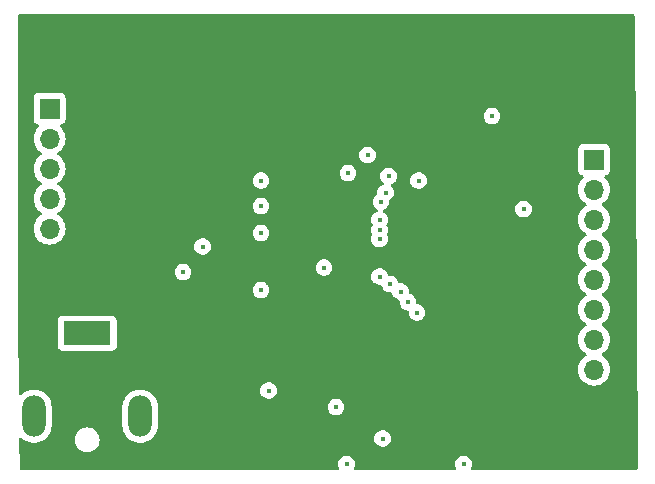
<source format=gbr>
%TF.GenerationSoftware,KiCad,Pcbnew,7.0.11-7.0.11~ubuntu22.04.1*%
%TF.CreationDate,2025-04-19T23:19:54+01:00*%
%TF.ProjectId,Mixed_Signal_Design,4d697865-645f-4536-9967-6e616c5f4465,rev?*%
%TF.SameCoordinates,Original*%
%TF.FileFunction,Copper,L2,Inr*%
%TF.FilePolarity,Positive*%
%FSLAX46Y46*%
G04 Gerber Fmt 4.6, Leading zero omitted, Abs format (unit mm)*
G04 Created by KiCad (PCBNEW 7.0.11-7.0.11~ubuntu22.04.1) date 2025-04-19 23:19:54*
%MOMM*%
%LPD*%
G01*
G04 APERTURE LIST*
%TA.AperFunction,ComponentPad*%
%ADD10R,1.700000X1.700000*%
%TD*%
%TA.AperFunction,ComponentPad*%
%ADD11O,1.700000X1.700000*%
%TD*%
%TA.AperFunction,ComponentPad*%
%ADD12C,3.500000*%
%TD*%
%TA.AperFunction,ComponentPad*%
%ADD13R,4.000000X2.000000*%
%TD*%
%TA.AperFunction,ComponentPad*%
%ADD14O,3.300000X2.000000*%
%TD*%
%TA.AperFunction,ComponentPad*%
%ADD15O,2.000000X3.500000*%
%TD*%
%TA.AperFunction,ViaPad*%
%ADD16C,0.400000*%
%TD*%
G04 APERTURE END LIST*
D10*
%TO.N,ADC1*%
%TO.C,J4*%
X164846000Y-99695000D03*
D11*
%TO.N,ADC2*%
X164846000Y-102235000D03*
%TO.N,PC0*%
X164846000Y-104775000D03*
%TO.N,PC1*%
X164846000Y-107315000D03*
%TO.N,PC2*%
X164846000Y-109855000D03*
%TO.N,PC3*%
X164846000Y-112395000D03*
%TO.N,PC4*%
X164846000Y-114935000D03*
%TO.N,PC5*%
X164846000Y-117475000D03*
%TD*%
D12*
%TO.N,GNDD*%
%TO.C,H1*%
X165735000Y-123317000D03*
%TD*%
D10*
%TO.N,PB4*%
%TO.C,J2*%
X118745000Y-95377000D03*
D11*
%TO.N,+3V3D*%
X118745000Y-97917000D03*
%TO.N,PB5*%
X118745000Y-100457000D03*
%TO.N,PB3*%
X118745000Y-102997000D03*
%TO.N,RST*%
X118745000Y-105537000D03*
%TO.N,GNDD*%
X118745000Y-108077000D03*
%TD*%
D12*
%TO.N,GNDD*%
%TO.C,H3*%
X119126000Y-89789000D03*
%TD*%
D13*
%TO.N,+9VD*%
%TO.C,J1*%
X121920000Y-114412000D03*
D14*
%TO.N,GNDD*%
X121920000Y-120412000D03*
D15*
%TO.N,N/C*%
X117420000Y-121412000D03*
X126420000Y-121412000D03*
%TD*%
D12*
%TO.N,GNDD*%
%TO.C,H4*%
X132588000Y-116459000D03*
%TD*%
%TO.N,GNDD*%
%TO.C,H2*%
X165735000Y-89662000D03*
%TD*%
D16*
%TO.N,GNDD*%
X151003000Y-88646000D03*
X139192000Y-88519000D03*
X144780000Y-88519000D03*
X122301000Y-93726000D03*
X125730000Y-88646000D03*
X123317000Y-88646000D03*
X158369000Y-90805000D03*
X157099000Y-90805000D03*
X155702000Y-90805000D03*
X158369000Y-89281000D03*
X157099000Y-89281000D03*
X155702000Y-89281000D03*
%TO.N,Net-(D2-K)*%
X130048000Y-109220000D03*
X146939000Y-123317000D03*
X141986000Y-108839000D03*
%TO.N,GNDA*%
X149987000Y-101473000D03*
X156210000Y-96012000D03*
%TO.N,+5VD*%
X136652000Y-110744000D03*
X143891000Y-125476000D03*
X136652000Y-101473000D03*
X136652000Y-103632000D03*
X143002000Y-120650000D03*
X131699000Y-107061000D03*
X153797000Y-125476000D03*
X136652000Y-105918000D03*
%TO.N,PB5*%
X144018000Y-100838000D03*
%TO.N,RST*%
X137287000Y-119253000D03*
X149860000Y-112649000D03*
%TO.N,PC0*%
X146685000Y-105664000D03*
%TO.N,PC1*%
X146685000Y-106426000D03*
%TO.N,PC2*%
X146685000Y-109601000D03*
%TO.N,PC3*%
X147574000Y-110236000D03*
%TO.N,PC4*%
X148463000Y-110871000D03*
%TO.N,PC5*%
X149098000Y-111760000D03*
%TO.N,PB3*%
X147447000Y-101092000D03*
%TO.N,PB4*%
X145669000Y-99314000D03*
%TO.N,GNDD*%
X147955000Y-119761000D03*
X140716000Y-108331000D03*
X155448000Y-107696000D03*
X129413000Y-119253000D03*
X133223000Y-94742000D03*
X118745000Y-112014000D03*
X141478000Y-95250000D03*
X147955000Y-117729000D03*
X138430000Y-96393000D03*
X138430000Y-95123000D03*
X131699000Y-94742000D03*
X140589000Y-106172000D03*
X128270000Y-116078000D03*
X141478000Y-96266000D03*
X133731000Y-101600000D03*
X157480000Y-124079000D03*
X121793000Y-103759000D03*
X139827000Y-106172000D03*
X140716000Y-125222000D03*
X133731000Y-103886000D03*
X133731000Y-106299000D03*
X143383000Y-95758000D03*
X139192000Y-123444000D03*
X121793000Y-102489000D03*
X147701000Y-115316000D03*
X160147000Y-123190000D03*
X128397000Y-94742000D03*
X139192000Y-125222000D03*
X160274000Y-125095000D03*
X128397000Y-118745000D03*
X157480000Y-107696000D03*
X130048000Y-94742000D03*
X128397000Y-93091000D03*
X138557000Y-101346000D03*
%TO.N,ADC1*%
X147193000Y-102489000D03*
%TO.N,Net-(U4-AREF)*%
X146812000Y-103251000D03*
X158877000Y-103886000D03*
%TO.N,ADC2*%
X146685000Y-104775000D03*
%TD*%
%TA.AperFunction,Conductor*%
%TO.N,GNDD*%
G36*
X168218852Y-87395685D02*
G01*
X168264607Y-87448489D01*
X168275810Y-87499184D01*
X168440944Y-112599447D01*
X168527861Y-125810943D01*
X168528179Y-125859184D01*
X168508936Y-125926352D01*
X168456434Y-125972453D01*
X168404182Y-125984000D01*
X154532431Y-125984000D01*
X154465392Y-125964315D01*
X154419637Y-125911511D01*
X154409693Y-125842353D01*
X154419782Y-125811179D01*
X154419158Y-125810943D01*
X154482139Y-125644874D01*
X154482140Y-125644872D01*
X154502645Y-125476000D01*
X154482140Y-125307128D01*
X154421818Y-125148070D01*
X154325183Y-125008071D01*
X154197852Y-124895266D01*
X154197849Y-124895263D01*
X154047226Y-124816210D01*
X153882056Y-124775500D01*
X153711944Y-124775500D01*
X153546773Y-124816210D01*
X153396150Y-124895263D01*
X153268816Y-125008072D01*
X153172182Y-125148068D01*
X153111860Y-125307125D01*
X153111859Y-125307130D01*
X153091355Y-125476000D01*
X153111859Y-125644869D01*
X153111860Y-125644874D01*
X153174842Y-125810943D01*
X153173208Y-125811562D01*
X153185090Y-125870889D01*
X153159594Y-125935941D01*
X153102976Y-125976882D01*
X153061569Y-125984000D01*
X144626431Y-125984000D01*
X144559392Y-125964315D01*
X144513637Y-125911511D01*
X144503693Y-125842353D01*
X144513782Y-125811179D01*
X144513158Y-125810943D01*
X144576139Y-125644874D01*
X144576140Y-125644872D01*
X144596645Y-125476000D01*
X144576140Y-125307128D01*
X144515818Y-125148070D01*
X144419183Y-125008071D01*
X144291852Y-124895266D01*
X144291849Y-124895263D01*
X144141226Y-124816210D01*
X143976056Y-124775500D01*
X143805944Y-124775500D01*
X143640773Y-124816210D01*
X143490150Y-124895263D01*
X143362816Y-125008072D01*
X143266182Y-125148068D01*
X143205860Y-125307125D01*
X143205859Y-125307130D01*
X143185355Y-125476000D01*
X143205859Y-125644869D01*
X143205860Y-125644874D01*
X143268842Y-125810943D01*
X143267208Y-125811562D01*
X143279090Y-125870889D01*
X143253594Y-125935941D01*
X143196976Y-125976882D01*
X143155569Y-125984000D01*
X116327782Y-125984000D01*
X116260743Y-125964315D01*
X116214988Y-125911511D01*
X116203788Y-125861224D01*
X116203298Y-125811562D01*
X116178990Y-123348378D01*
X116198012Y-123281150D01*
X116250362Y-123234876D01*
X116319419Y-123224251D01*
X116383258Y-123252647D01*
X116394213Y-123263174D01*
X116400256Y-123269738D01*
X116596491Y-123422474D01*
X116815190Y-123540828D01*
X117050386Y-123621571D01*
X117295665Y-123662500D01*
X117544335Y-123662500D01*
X117789614Y-123621571D01*
X118024810Y-123540828D01*
X118243509Y-123422474D01*
X118256966Y-123412000D01*
X120864417Y-123412000D01*
X120884699Y-123617932D01*
X120884700Y-123617934D01*
X120944768Y-123815954D01*
X121042315Y-123998450D01*
X121042317Y-123998452D01*
X121173589Y-124158410D01*
X121270209Y-124237702D01*
X121333550Y-124289685D01*
X121516046Y-124387232D01*
X121714066Y-124447300D01*
X121714065Y-124447300D01*
X121752647Y-124451100D01*
X121868392Y-124462500D01*
X121868395Y-124462500D01*
X121971605Y-124462500D01*
X121971608Y-124462500D01*
X122125934Y-124447300D01*
X122323954Y-124387232D01*
X122506450Y-124289685D01*
X122666410Y-124158410D01*
X122797685Y-123998450D01*
X122895232Y-123815954D01*
X122955300Y-123617934D01*
X122975583Y-123412000D01*
X122955300Y-123206066D01*
X122895232Y-123008046D01*
X122797685Y-122825550D01*
X122724412Y-122736266D01*
X122666410Y-122665589D01*
X122506452Y-122534317D01*
X122506453Y-122534317D01*
X122506450Y-122534315D01*
X122323954Y-122436768D01*
X122125934Y-122376700D01*
X122125932Y-122376699D01*
X122125934Y-122376699D01*
X122006805Y-122364966D01*
X121971608Y-122361500D01*
X121868392Y-122361500D01*
X121830298Y-122365251D01*
X121714067Y-122376699D01*
X121516043Y-122436769D01*
X121405898Y-122495643D01*
X121333550Y-122534315D01*
X121333548Y-122534316D01*
X121333547Y-122534317D01*
X121173589Y-122665589D01*
X121042317Y-122825547D01*
X120944769Y-123008043D01*
X120884699Y-123206067D01*
X120864417Y-123412000D01*
X118256966Y-123412000D01*
X118439744Y-123269738D01*
X118608164Y-123086785D01*
X118744173Y-122878607D01*
X118844063Y-122650881D01*
X118905108Y-122409821D01*
X118907853Y-122376700D01*
X118920499Y-122224077D01*
X124919500Y-122224077D01*
X124934890Y-122409813D01*
X124934892Y-122409824D01*
X124995936Y-122650881D01*
X125095826Y-122878606D01*
X125231833Y-123086782D01*
X125231836Y-123086785D01*
X125400256Y-123269738D01*
X125596491Y-123422474D01*
X125815190Y-123540828D01*
X126050386Y-123621571D01*
X126295665Y-123662500D01*
X126544335Y-123662500D01*
X126789614Y-123621571D01*
X127024810Y-123540828D01*
X127243509Y-123422474D01*
X127379022Y-123317000D01*
X146233355Y-123317000D01*
X146253859Y-123485869D01*
X146253860Y-123485874D01*
X146314182Y-123644931D01*
X146376475Y-123735177D01*
X146410817Y-123784929D01*
X146516505Y-123878560D01*
X146538150Y-123897736D01*
X146688773Y-123976789D01*
X146688775Y-123976790D01*
X146853944Y-124017500D01*
X147024056Y-124017500D01*
X147189225Y-123976790D01*
X147268692Y-123935081D01*
X147339849Y-123897736D01*
X147339850Y-123897734D01*
X147339852Y-123897734D01*
X147467183Y-123784929D01*
X147563818Y-123644930D01*
X147624140Y-123485872D01*
X147644645Y-123317000D01*
X147624140Y-123148128D01*
X147563818Y-122989070D01*
X147467183Y-122849071D01*
X147339852Y-122736266D01*
X147339849Y-122736263D01*
X147189226Y-122657210D01*
X147024056Y-122616500D01*
X146853944Y-122616500D01*
X146688773Y-122657210D01*
X146538150Y-122736263D01*
X146410816Y-122849072D01*
X146314182Y-122989068D01*
X146253860Y-123148125D01*
X146253859Y-123148130D01*
X146233355Y-123317000D01*
X127379022Y-123317000D01*
X127439744Y-123269738D01*
X127608164Y-123086785D01*
X127744173Y-122878607D01*
X127844063Y-122650881D01*
X127905108Y-122409821D01*
X127907853Y-122376700D01*
X127920499Y-122224077D01*
X127920500Y-122224063D01*
X127920500Y-120650000D01*
X142296355Y-120650000D01*
X142316859Y-120818869D01*
X142316860Y-120818874D01*
X142377182Y-120977931D01*
X142439475Y-121068177D01*
X142473817Y-121117929D01*
X142579505Y-121211560D01*
X142601150Y-121230736D01*
X142751773Y-121309789D01*
X142751775Y-121309790D01*
X142916944Y-121350500D01*
X143087056Y-121350500D01*
X143252225Y-121309790D01*
X143331692Y-121268081D01*
X143402849Y-121230736D01*
X143402850Y-121230734D01*
X143402852Y-121230734D01*
X143530183Y-121117929D01*
X143626818Y-120977930D01*
X143687140Y-120818872D01*
X143707645Y-120650000D01*
X143687140Y-120481128D01*
X143626818Y-120322070D01*
X143530183Y-120182071D01*
X143402852Y-120069266D01*
X143402849Y-120069263D01*
X143252226Y-119990210D01*
X143087056Y-119949500D01*
X142916944Y-119949500D01*
X142751773Y-119990210D01*
X142601150Y-120069263D01*
X142473816Y-120182072D01*
X142377182Y-120322068D01*
X142316860Y-120481125D01*
X142316859Y-120481130D01*
X142296355Y-120650000D01*
X127920500Y-120650000D01*
X127920500Y-120599937D01*
X127920499Y-120599922D01*
X127905109Y-120414186D01*
X127905107Y-120414175D01*
X127844063Y-120173118D01*
X127744173Y-119945393D01*
X127608166Y-119737217D01*
X127586557Y-119713744D01*
X127439744Y-119554262D01*
X127243509Y-119401526D01*
X127243507Y-119401525D01*
X127243506Y-119401524D01*
X127024811Y-119283172D01*
X127024802Y-119283169D01*
X126936923Y-119253000D01*
X136581355Y-119253000D01*
X136601859Y-119421869D01*
X136601860Y-119421874D01*
X136662182Y-119580931D01*
X136676640Y-119601876D01*
X136758817Y-119720929D01*
X136864505Y-119814560D01*
X136886150Y-119833736D01*
X137036773Y-119912789D01*
X137036775Y-119912790D01*
X137201944Y-119953500D01*
X137372056Y-119953500D01*
X137537225Y-119912790D01*
X137616692Y-119871081D01*
X137687849Y-119833736D01*
X137687850Y-119833734D01*
X137687852Y-119833734D01*
X137815183Y-119720929D01*
X137911818Y-119580930D01*
X137972140Y-119421872D01*
X137992645Y-119253000D01*
X137972140Y-119084128D01*
X137911818Y-118925070D01*
X137815183Y-118785071D01*
X137687852Y-118672266D01*
X137687849Y-118672263D01*
X137537226Y-118593210D01*
X137372056Y-118552500D01*
X137201944Y-118552500D01*
X137036773Y-118593210D01*
X136886150Y-118672263D01*
X136758816Y-118785072D01*
X136662182Y-118925068D01*
X136601860Y-119084125D01*
X136601859Y-119084130D01*
X136581355Y-119253000D01*
X126936923Y-119253000D01*
X126789616Y-119202429D01*
X126544335Y-119161500D01*
X126295665Y-119161500D01*
X126050383Y-119202429D01*
X125815197Y-119283169D01*
X125815188Y-119283172D01*
X125596493Y-119401524D01*
X125400257Y-119554261D01*
X125231833Y-119737217D01*
X125095826Y-119945393D01*
X124995936Y-120173118D01*
X124934892Y-120414175D01*
X124934890Y-120414186D01*
X124919500Y-120599922D01*
X124919500Y-122224077D01*
X118920499Y-122224077D01*
X118920500Y-122224063D01*
X118920500Y-120599937D01*
X118920499Y-120599922D01*
X118905109Y-120414186D01*
X118905107Y-120414175D01*
X118844063Y-120173118D01*
X118744173Y-119945393D01*
X118608166Y-119737217D01*
X118586557Y-119713744D01*
X118439744Y-119554262D01*
X118243509Y-119401526D01*
X118243507Y-119401525D01*
X118243506Y-119401524D01*
X118024811Y-119283172D01*
X118024802Y-119283169D01*
X117789616Y-119202429D01*
X117544335Y-119161500D01*
X117295665Y-119161500D01*
X117050383Y-119202429D01*
X116815197Y-119283169D01*
X116815188Y-119283172D01*
X116596493Y-119401524D01*
X116400256Y-119554261D01*
X116356424Y-119601876D01*
X116296537Y-119637866D01*
X116226699Y-119635765D01*
X116169083Y-119596240D01*
X116141982Y-119531841D01*
X116141201Y-119519131D01*
X116121029Y-117475000D01*
X163490341Y-117475000D01*
X163510936Y-117710403D01*
X163510938Y-117710413D01*
X163572094Y-117938655D01*
X163572096Y-117938659D01*
X163572097Y-117938663D01*
X163671965Y-118152830D01*
X163671967Y-118152834D01*
X163780281Y-118307521D01*
X163807505Y-118346401D01*
X163974599Y-118513495D01*
X164030304Y-118552500D01*
X164168165Y-118649032D01*
X164168167Y-118649033D01*
X164168170Y-118649035D01*
X164382337Y-118748903D01*
X164610592Y-118810063D01*
X164798918Y-118826539D01*
X164845999Y-118830659D01*
X164846000Y-118830659D01*
X164846001Y-118830659D01*
X164885234Y-118827226D01*
X165081408Y-118810063D01*
X165309663Y-118748903D01*
X165523830Y-118649035D01*
X165717401Y-118513495D01*
X165884495Y-118346401D01*
X166020035Y-118152830D01*
X166119903Y-117938663D01*
X166181063Y-117710408D01*
X166201659Y-117475000D01*
X166181063Y-117239592D01*
X166119903Y-117011337D01*
X166020035Y-116797171D01*
X165884495Y-116603599D01*
X165884494Y-116603597D01*
X165717402Y-116436506D01*
X165717396Y-116436501D01*
X165531842Y-116306575D01*
X165488217Y-116251998D01*
X165481023Y-116182500D01*
X165512546Y-116120145D01*
X165531842Y-116103425D01*
X165554026Y-116087891D01*
X165717401Y-115973495D01*
X165884495Y-115806401D01*
X166020035Y-115612830D01*
X166119903Y-115398663D01*
X166181063Y-115170408D01*
X166201659Y-114935000D01*
X166181063Y-114699592D01*
X166119903Y-114471337D01*
X166020035Y-114257171D01*
X165884495Y-114063599D01*
X165884494Y-114063597D01*
X165717402Y-113896506D01*
X165717396Y-113896501D01*
X165531842Y-113766575D01*
X165488217Y-113711998D01*
X165481023Y-113642500D01*
X165512546Y-113580145D01*
X165531842Y-113563425D01*
X165554026Y-113547891D01*
X165717401Y-113433495D01*
X165884495Y-113266401D01*
X166020035Y-113072830D01*
X166119903Y-112858663D01*
X166181063Y-112630408D01*
X166201659Y-112395000D01*
X166181063Y-112159592D01*
X166119903Y-111931337D01*
X166020035Y-111717171D01*
X166000645Y-111689478D01*
X165884494Y-111523597D01*
X165717402Y-111356506D01*
X165717396Y-111356501D01*
X165531842Y-111226575D01*
X165488217Y-111171998D01*
X165481023Y-111102500D01*
X165512546Y-111040145D01*
X165531842Y-111023425D01*
X165627870Y-110956185D01*
X165717401Y-110893495D01*
X165884495Y-110726401D01*
X166020035Y-110532830D01*
X166119903Y-110318663D01*
X166181063Y-110090408D01*
X166201659Y-109855000D01*
X166181063Y-109619592D01*
X166119903Y-109391337D01*
X166020035Y-109177171D01*
X166012865Y-109166930D01*
X165884494Y-108983597D01*
X165717402Y-108816506D01*
X165717396Y-108816501D01*
X165531842Y-108686575D01*
X165488217Y-108631998D01*
X165481023Y-108562500D01*
X165512546Y-108500145D01*
X165531842Y-108483425D01*
X165692298Y-108371072D01*
X165717401Y-108353495D01*
X165884495Y-108186401D01*
X166020035Y-107992830D01*
X166119903Y-107778663D01*
X166181063Y-107550408D01*
X166201659Y-107315000D01*
X166181063Y-107079592D01*
X166130832Y-106892125D01*
X166119905Y-106851344D01*
X166119904Y-106851343D01*
X166119903Y-106851337D01*
X166020035Y-106637171D01*
X166006962Y-106618500D01*
X165884494Y-106443597D01*
X165717402Y-106276506D01*
X165717396Y-106276501D01*
X165531842Y-106146575D01*
X165488217Y-106091998D01*
X165481023Y-106022500D01*
X165512546Y-105960145D01*
X165531842Y-105943425D01*
X165554026Y-105927891D01*
X165717401Y-105813495D01*
X165884495Y-105646401D01*
X166020035Y-105452830D01*
X166119903Y-105238663D01*
X166181063Y-105010408D01*
X166201659Y-104775000D01*
X166181063Y-104539592D01*
X166119903Y-104311337D01*
X166020035Y-104097171D01*
X165993379Y-104059101D01*
X165884494Y-103903597D01*
X165717402Y-103736506D01*
X165717396Y-103736501D01*
X165531842Y-103606575D01*
X165488217Y-103551998D01*
X165481023Y-103482500D01*
X165512546Y-103420145D01*
X165531842Y-103403425D01*
X165672027Y-103305266D01*
X165717401Y-103273495D01*
X165884495Y-103106401D01*
X166020035Y-102912830D01*
X166119903Y-102698663D01*
X166181063Y-102470408D01*
X166201659Y-102235000D01*
X166181063Y-101999592D01*
X166119903Y-101771337D01*
X166020035Y-101557171D01*
X166006961Y-101538500D01*
X165884496Y-101363600D01*
X165825021Y-101304125D01*
X165762567Y-101241671D01*
X165729084Y-101180351D01*
X165734068Y-101110659D01*
X165775939Y-101054725D01*
X165806915Y-101037810D01*
X165938331Y-100988796D01*
X166053546Y-100902546D01*
X166139796Y-100787331D01*
X166190091Y-100652483D01*
X166196500Y-100592873D01*
X166196499Y-98797128D01*
X166190091Y-98737517D01*
X166188505Y-98733266D01*
X166139797Y-98602671D01*
X166139793Y-98602664D01*
X166053547Y-98487455D01*
X166053544Y-98487452D01*
X165938335Y-98401206D01*
X165938328Y-98401202D01*
X165803482Y-98350908D01*
X165803483Y-98350908D01*
X165743883Y-98344501D01*
X165743881Y-98344500D01*
X165743873Y-98344500D01*
X165743864Y-98344500D01*
X163948129Y-98344500D01*
X163948123Y-98344501D01*
X163888516Y-98350908D01*
X163753671Y-98401202D01*
X163753664Y-98401206D01*
X163638455Y-98487452D01*
X163638452Y-98487455D01*
X163552206Y-98602664D01*
X163552202Y-98602671D01*
X163501908Y-98737517D01*
X163496439Y-98788395D01*
X163495501Y-98797123D01*
X163495500Y-98797135D01*
X163495500Y-100592870D01*
X163495501Y-100592876D01*
X163501908Y-100652483D01*
X163552202Y-100787328D01*
X163552206Y-100787335D01*
X163638452Y-100902544D01*
X163638455Y-100902547D01*
X163753664Y-100988793D01*
X163753671Y-100988797D01*
X163885081Y-101037810D01*
X163941015Y-101079681D01*
X163965432Y-101145145D01*
X163950580Y-101213418D01*
X163929430Y-101241673D01*
X163807503Y-101363600D01*
X163671965Y-101557169D01*
X163671964Y-101557171D01*
X163572098Y-101771335D01*
X163572094Y-101771344D01*
X163510938Y-101999586D01*
X163510936Y-101999596D01*
X163490341Y-102234999D01*
X163490341Y-102235000D01*
X163510936Y-102470403D01*
X163510938Y-102470413D01*
X163572094Y-102698655D01*
X163572096Y-102698659D01*
X163572097Y-102698663D01*
X163671965Y-102912830D01*
X163671967Y-102912834D01*
X163807501Y-103106395D01*
X163807506Y-103106402D01*
X163974597Y-103273493D01*
X163974603Y-103273498D01*
X164160158Y-103403425D01*
X164203783Y-103458002D01*
X164210977Y-103527500D01*
X164179454Y-103589855D01*
X164160158Y-103606575D01*
X163974597Y-103736505D01*
X163807505Y-103903597D01*
X163671965Y-104097169D01*
X163671964Y-104097171D01*
X163572098Y-104311335D01*
X163572094Y-104311344D01*
X163510938Y-104539586D01*
X163510936Y-104539596D01*
X163490341Y-104774999D01*
X163490341Y-104775000D01*
X163510936Y-105010403D01*
X163510938Y-105010413D01*
X163572094Y-105238655D01*
X163572096Y-105238659D01*
X163572097Y-105238663D01*
X163670678Y-105450071D01*
X163671965Y-105452830D01*
X163671967Y-105452834D01*
X163807501Y-105646395D01*
X163807506Y-105646402D01*
X163974597Y-105813493D01*
X163974603Y-105813498D01*
X164160158Y-105943425D01*
X164203783Y-105998002D01*
X164210977Y-106067500D01*
X164179454Y-106129855D01*
X164160158Y-106146575D01*
X163974597Y-106276505D01*
X163807505Y-106443597D01*
X163671965Y-106637169D01*
X163671964Y-106637171D01*
X163572098Y-106851335D01*
X163572094Y-106851344D01*
X163510938Y-107079586D01*
X163510936Y-107079596D01*
X163490341Y-107314999D01*
X163490341Y-107315000D01*
X163510936Y-107550403D01*
X163510938Y-107550413D01*
X163572094Y-107778655D01*
X163572096Y-107778659D01*
X163572097Y-107778663D01*
X163671965Y-107992830D01*
X163671967Y-107992834D01*
X163807501Y-108186395D01*
X163807506Y-108186402D01*
X163974597Y-108353493D01*
X163974603Y-108353498D01*
X164160158Y-108483425D01*
X164203783Y-108538002D01*
X164210977Y-108607500D01*
X164179454Y-108669855D01*
X164160158Y-108686575D01*
X163974597Y-108816505D01*
X163807505Y-108983597D01*
X163671965Y-109177169D01*
X163671964Y-109177171D01*
X163651993Y-109220000D01*
X163573247Y-109388872D01*
X163572098Y-109391335D01*
X163572094Y-109391344D01*
X163510938Y-109619586D01*
X163510936Y-109619596D01*
X163490341Y-109854999D01*
X163490341Y-109855000D01*
X163510936Y-110090403D01*
X163510938Y-110090413D01*
X163572094Y-110318655D01*
X163572096Y-110318659D01*
X163572097Y-110318663D01*
X163617518Y-110416068D01*
X163671965Y-110532830D01*
X163671967Y-110532834D01*
X163807501Y-110726395D01*
X163807506Y-110726402D01*
X163974597Y-110893493D01*
X163974603Y-110893498D01*
X164160158Y-111023425D01*
X164203783Y-111078002D01*
X164210977Y-111147500D01*
X164179454Y-111209855D01*
X164160158Y-111226575D01*
X163974597Y-111356505D01*
X163807505Y-111523597D01*
X163671965Y-111717169D01*
X163671964Y-111717171D01*
X163651993Y-111760000D01*
X163573247Y-111928872D01*
X163572098Y-111931335D01*
X163572094Y-111931344D01*
X163510938Y-112159586D01*
X163510936Y-112159596D01*
X163490341Y-112394999D01*
X163490341Y-112395000D01*
X163510936Y-112630403D01*
X163510938Y-112630413D01*
X163572094Y-112858655D01*
X163572096Y-112858659D01*
X163572097Y-112858663D01*
X163663395Y-113054452D01*
X163671965Y-113072830D01*
X163671967Y-113072834D01*
X163807501Y-113266395D01*
X163807506Y-113266402D01*
X163974597Y-113433493D01*
X163974603Y-113433498D01*
X164160158Y-113563425D01*
X164203783Y-113618002D01*
X164210977Y-113687500D01*
X164179454Y-113749855D01*
X164160158Y-113766575D01*
X163974597Y-113896505D01*
X163807505Y-114063597D01*
X163671965Y-114257169D01*
X163671964Y-114257171D01*
X163572098Y-114471335D01*
X163572094Y-114471344D01*
X163510938Y-114699586D01*
X163510936Y-114699596D01*
X163490341Y-114934999D01*
X163490341Y-114935000D01*
X163510936Y-115170403D01*
X163510938Y-115170413D01*
X163572094Y-115398655D01*
X163572096Y-115398659D01*
X163572097Y-115398663D01*
X163671965Y-115612830D01*
X163671967Y-115612834D01*
X163807501Y-115806395D01*
X163807506Y-115806402D01*
X163974597Y-115973493D01*
X163974603Y-115973498D01*
X164160158Y-116103425D01*
X164203783Y-116158002D01*
X164210977Y-116227500D01*
X164179454Y-116289855D01*
X164160158Y-116306575D01*
X163974597Y-116436505D01*
X163807505Y-116603597D01*
X163671965Y-116797169D01*
X163671964Y-116797171D01*
X163572098Y-117011335D01*
X163572094Y-117011344D01*
X163510938Y-117239586D01*
X163510936Y-117239596D01*
X163490341Y-117474999D01*
X163490341Y-117475000D01*
X116121029Y-117475000D01*
X116101143Y-115459870D01*
X119419500Y-115459870D01*
X119419501Y-115459876D01*
X119425908Y-115519483D01*
X119476202Y-115654328D01*
X119476206Y-115654335D01*
X119562452Y-115769544D01*
X119562455Y-115769547D01*
X119677664Y-115855793D01*
X119677671Y-115855797D01*
X119812517Y-115906091D01*
X119812516Y-115906091D01*
X119819444Y-115906835D01*
X119872127Y-115912500D01*
X123967872Y-115912499D01*
X124027483Y-115906091D01*
X124162331Y-115855796D01*
X124277546Y-115769546D01*
X124363796Y-115654331D01*
X124414091Y-115519483D01*
X124420500Y-115459873D01*
X124420499Y-113364128D01*
X124414091Y-113304517D01*
X124399872Y-113266395D01*
X124363797Y-113169671D01*
X124363793Y-113169664D01*
X124277547Y-113054455D01*
X124277544Y-113054452D01*
X124162335Y-112968206D01*
X124162328Y-112968202D01*
X124027482Y-112917908D01*
X124027483Y-112917908D01*
X123967883Y-112911501D01*
X123967881Y-112911500D01*
X123967873Y-112911500D01*
X123967864Y-112911500D01*
X119872129Y-112911500D01*
X119872123Y-112911501D01*
X119812516Y-112917908D01*
X119677671Y-112968202D01*
X119677664Y-112968206D01*
X119562455Y-113054452D01*
X119562452Y-113054455D01*
X119476206Y-113169664D01*
X119476202Y-113169671D01*
X119425908Y-113304517D01*
X119419501Y-113364116D01*
X119419501Y-113364123D01*
X119419500Y-113364135D01*
X119419500Y-115459870D01*
X116101143Y-115459870D01*
X116070506Y-112355274D01*
X116070500Y-112354050D01*
X116070500Y-110744000D01*
X135946355Y-110744000D01*
X135966859Y-110912869D01*
X135966860Y-110912874D01*
X136027182Y-111071931D01*
X136089475Y-111162177D01*
X136123817Y-111211929D01*
X136214279Y-111292071D01*
X136251150Y-111324736D01*
X136401773Y-111403789D01*
X136401775Y-111403790D01*
X136566944Y-111444500D01*
X136737056Y-111444500D01*
X136902225Y-111403790D01*
X137025810Y-111338927D01*
X137052849Y-111324736D01*
X137052850Y-111324734D01*
X137052852Y-111324734D01*
X137180183Y-111211929D01*
X137276818Y-111071930D01*
X137337140Y-110912872D01*
X137357645Y-110744000D01*
X137337140Y-110575128D01*
X137276818Y-110416070D01*
X137267845Y-110403071D01*
X137209582Y-110318663D01*
X137180183Y-110276071D01*
X137085316Y-110192026D01*
X137052849Y-110163263D01*
X136902226Y-110084210D01*
X136737056Y-110043500D01*
X136566944Y-110043500D01*
X136401773Y-110084210D01*
X136251150Y-110163263D01*
X136123816Y-110276072D01*
X136027182Y-110416068D01*
X135966860Y-110575125D01*
X135966859Y-110575130D01*
X135946355Y-110744000D01*
X116070500Y-110744000D01*
X116070500Y-109220000D01*
X129342355Y-109220000D01*
X129362859Y-109388869D01*
X129362860Y-109388874D01*
X129423182Y-109547931D01*
X129432153Y-109560927D01*
X129519817Y-109687929D01*
X129612312Y-109769872D01*
X129647150Y-109800736D01*
X129797773Y-109879789D01*
X129797775Y-109879790D01*
X129962944Y-109920500D01*
X130133056Y-109920500D01*
X130298225Y-109879790D01*
X130377692Y-109838081D01*
X130448849Y-109800736D01*
X130448850Y-109800734D01*
X130448852Y-109800734D01*
X130576183Y-109687929D01*
X130636186Y-109601000D01*
X145979355Y-109601000D01*
X145999859Y-109769869D01*
X145999860Y-109769874D01*
X146060182Y-109928931D01*
X146122475Y-110019177D01*
X146156817Y-110068929D01*
X146249248Y-110150815D01*
X146284150Y-110181736D01*
X146434773Y-110260789D01*
X146434775Y-110260790D01*
X146599944Y-110301500D01*
X146766454Y-110301500D01*
X146833493Y-110321185D01*
X146879248Y-110373989D01*
X146885970Y-110397858D01*
X146887065Y-110397589D01*
X146888860Y-110404875D01*
X146949182Y-110563930D01*
X146949182Y-110563931D01*
X147011475Y-110654177D01*
X147045817Y-110703929D01*
X147151505Y-110797560D01*
X147173150Y-110816736D01*
X147319398Y-110893493D01*
X147323775Y-110895790D01*
X147488944Y-110936500D01*
X147655454Y-110936500D01*
X147722493Y-110956185D01*
X147768248Y-111008989D01*
X147774970Y-111032858D01*
X147776065Y-111032589D01*
X147777860Y-111039875D01*
X147838182Y-111198930D01*
X147838182Y-111198931D01*
X147857264Y-111226575D01*
X147934817Y-111338929D01*
X148039950Y-111432068D01*
X148062150Y-111451736D01*
X148212774Y-111530790D01*
X148212773Y-111530790D01*
X148307495Y-111554136D01*
X148367876Y-111589292D01*
X148399665Y-111651511D01*
X148400917Y-111689478D01*
X148392355Y-111759998D01*
X148392355Y-111759999D01*
X148412859Y-111928869D01*
X148412860Y-111928874D01*
X148473182Y-112087931D01*
X148522643Y-112159586D01*
X148569817Y-112227929D01*
X148674950Y-112321068D01*
X148697150Y-112340736D01*
X148847773Y-112419789D01*
X148847775Y-112419790D01*
X149012944Y-112460500D01*
X149037276Y-112460500D01*
X149104315Y-112480185D01*
X149150070Y-112532989D01*
X149160372Y-112599447D01*
X149154355Y-112649000D01*
X149174859Y-112817869D01*
X149174860Y-112817874D01*
X149235182Y-112976931D01*
X149288692Y-113054452D01*
X149331817Y-113116929D01*
X149391351Y-113169671D01*
X149459150Y-113229736D01*
X149609773Y-113308789D01*
X149609775Y-113308790D01*
X149774944Y-113349500D01*
X149945056Y-113349500D01*
X150110225Y-113308790D01*
X150191001Y-113266395D01*
X150260849Y-113229736D01*
X150260850Y-113229734D01*
X150260852Y-113229734D01*
X150388183Y-113116929D01*
X150484818Y-112976930D01*
X150545140Y-112817872D01*
X150565645Y-112649000D01*
X150545140Y-112480128D01*
X150484818Y-112321070D01*
X150388183Y-112181071D01*
X150260852Y-112068266D01*
X150260849Y-112068263D01*
X150110226Y-111989210D01*
X149945056Y-111948500D01*
X149920724Y-111948500D01*
X149853685Y-111928815D01*
X149807930Y-111876011D01*
X149797628Y-111809553D01*
X149803645Y-111760000D01*
X149783140Y-111591128D01*
X149722818Y-111432070D01*
X149626183Y-111292071D01*
X149498852Y-111179266D01*
X149498849Y-111179263D01*
X149348226Y-111100210D01*
X149253503Y-111076863D01*
X149193122Y-111041707D01*
X149161334Y-110979487D01*
X149160082Y-110941519D01*
X149168645Y-110871000D01*
X149148140Y-110702128D01*
X149087818Y-110543070D01*
X148991183Y-110403071D01*
X148863852Y-110290266D01*
X148863849Y-110290263D01*
X148713226Y-110211210D01*
X148548056Y-110170500D01*
X148381546Y-110170500D01*
X148314507Y-110150815D01*
X148268752Y-110098011D01*
X148262028Y-110074142D01*
X148260935Y-110074412D01*
X148259139Y-110067125D01*
X148198817Y-109908068D01*
X148124730Y-109800736D01*
X148102183Y-109768071D01*
X147974852Y-109655266D01*
X147974849Y-109655263D01*
X147824226Y-109576210D01*
X147659056Y-109535500D01*
X147492546Y-109535500D01*
X147425507Y-109515815D01*
X147379752Y-109463011D01*
X147373028Y-109439142D01*
X147371935Y-109439412D01*
X147370139Y-109432125D01*
X147309817Y-109273068D01*
X147236554Y-109166930D01*
X147213183Y-109133071D01*
X147085852Y-109020266D01*
X147085849Y-109020263D01*
X146935226Y-108941210D01*
X146770056Y-108900500D01*
X146599944Y-108900500D01*
X146434773Y-108941210D01*
X146284150Y-109020263D01*
X146156816Y-109133072D01*
X146060182Y-109273068D01*
X145999860Y-109432125D01*
X145999859Y-109432130D01*
X145979355Y-109601000D01*
X130636186Y-109601000D01*
X130672818Y-109547930D01*
X130733140Y-109388872D01*
X130753645Y-109220000D01*
X130733140Y-109051128D01*
X130672818Y-108892070D01*
X130636186Y-108839000D01*
X141280355Y-108839000D01*
X141300859Y-109007869D01*
X141300860Y-109007874D01*
X141361182Y-109166931D01*
X141397814Y-109220000D01*
X141457817Y-109306929D01*
X141550312Y-109388872D01*
X141585150Y-109419736D01*
X141735773Y-109498789D01*
X141735775Y-109498790D01*
X141900944Y-109539500D01*
X142071056Y-109539500D01*
X142236225Y-109498790D01*
X142363234Y-109432130D01*
X142386849Y-109419736D01*
X142386850Y-109419734D01*
X142386852Y-109419734D01*
X142514183Y-109306929D01*
X142610818Y-109166930D01*
X142671140Y-109007872D01*
X142691645Y-108839000D01*
X142671140Y-108670128D01*
X142671036Y-108669855D01*
X142638856Y-108585000D01*
X142610818Y-108511070D01*
X142514183Y-108371071D01*
X142386852Y-108258266D01*
X142386849Y-108258263D01*
X142236226Y-108179210D01*
X142071056Y-108138500D01*
X141900944Y-108138500D01*
X141735773Y-108179210D01*
X141585150Y-108258263D01*
X141457816Y-108371072D01*
X141361182Y-108511068D01*
X141300860Y-108670125D01*
X141300859Y-108670130D01*
X141280355Y-108839000D01*
X130636186Y-108839000D01*
X130576183Y-108752071D01*
X130448852Y-108639266D01*
X130448849Y-108639263D01*
X130298226Y-108560210D01*
X130133056Y-108519500D01*
X129962944Y-108519500D01*
X129797773Y-108560210D01*
X129647150Y-108639263D01*
X129519816Y-108752072D01*
X129423182Y-108892068D01*
X129362860Y-109051125D01*
X129362859Y-109051130D01*
X129342355Y-109220000D01*
X116070500Y-109220000D01*
X116070500Y-107061000D01*
X130993355Y-107061000D01*
X131013859Y-107229869D01*
X131013860Y-107229874D01*
X131074182Y-107388931D01*
X131136475Y-107479177D01*
X131170817Y-107528929D01*
X131195068Y-107550413D01*
X131298150Y-107641736D01*
X131448773Y-107720789D01*
X131448775Y-107720790D01*
X131613944Y-107761500D01*
X131784056Y-107761500D01*
X131949225Y-107720790D01*
X132028692Y-107679081D01*
X132099849Y-107641736D01*
X132099850Y-107641734D01*
X132099852Y-107641734D01*
X132227183Y-107528929D01*
X132323818Y-107388930D01*
X132384140Y-107229872D01*
X132404645Y-107061000D01*
X132384140Y-106892128D01*
X132376530Y-106872063D01*
X132323817Y-106733068D01*
X132244735Y-106618500D01*
X132227183Y-106593071D01*
X132132316Y-106509026D01*
X132099849Y-106480263D01*
X131949226Y-106401210D01*
X131784056Y-106360500D01*
X131613944Y-106360500D01*
X131448773Y-106401210D01*
X131298150Y-106480263D01*
X131170816Y-106593072D01*
X131074182Y-106733068D01*
X131013860Y-106892125D01*
X131013859Y-106892130D01*
X130993355Y-107061000D01*
X116070500Y-107061000D01*
X116070500Y-105537000D01*
X117389341Y-105537000D01*
X117409936Y-105772403D01*
X117409938Y-105772413D01*
X117471094Y-106000655D01*
X117471096Y-106000659D01*
X117471097Y-106000663D01*
X117536521Y-106140965D01*
X117570965Y-106214830D01*
X117570967Y-106214834D01*
X117614150Y-106276505D01*
X117706505Y-106408401D01*
X117873599Y-106575495D01*
X117961679Y-106637169D01*
X118067165Y-106711032D01*
X118067167Y-106711033D01*
X118067170Y-106711035D01*
X118281337Y-106810903D01*
X118509592Y-106872063D01*
X118697918Y-106888539D01*
X118744999Y-106892659D01*
X118745000Y-106892659D01*
X118745001Y-106892659D01*
X118784234Y-106889226D01*
X118980408Y-106872063D01*
X119208663Y-106810903D01*
X119422830Y-106711035D01*
X119616401Y-106575495D01*
X119783495Y-106408401D01*
X119919035Y-106214830D01*
X120018903Y-106000663D01*
X120041052Y-105918000D01*
X135946355Y-105918000D01*
X135966859Y-106086869D01*
X135966860Y-106086874D01*
X136027182Y-106245931D01*
X136048287Y-106276506D01*
X136123817Y-106385929D01*
X136229505Y-106479560D01*
X136251150Y-106498736D01*
X136397398Y-106575493D01*
X136401775Y-106577790D01*
X136566944Y-106618500D01*
X136737056Y-106618500D01*
X136902225Y-106577790D01*
X136981692Y-106536081D01*
X137052849Y-106498736D01*
X137052850Y-106498734D01*
X137052852Y-106498734D01*
X137134952Y-106426000D01*
X145979355Y-106426000D01*
X145999859Y-106594869D01*
X145999860Y-106594874D01*
X146060182Y-106753931D01*
X146099508Y-106810903D01*
X146156817Y-106893929D01*
X146262505Y-106987560D01*
X146284150Y-107006736D01*
X146422954Y-107079586D01*
X146434775Y-107085790D01*
X146599944Y-107126500D01*
X146770056Y-107126500D01*
X146935225Y-107085790D01*
X147014692Y-107044081D01*
X147085849Y-107006736D01*
X147085850Y-107006734D01*
X147085852Y-107006734D01*
X147213183Y-106893929D01*
X147309818Y-106753930D01*
X147370140Y-106594872D01*
X147390645Y-106426000D01*
X147370140Y-106257128D01*
X147309818Y-106098070D01*
X147309817Y-106098068D01*
X147307158Y-106091057D01*
X147309699Y-106090093D01*
X147298483Y-106034126D01*
X147308647Y-105999507D01*
X147307158Y-105998943D01*
X147326086Y-105949035D01*
X147370140Y-105832872D01*
X147390645Y-105664000D01*
X147370140Y-105495128D01*
X147309818Y-105336070D01*
X147277974Y-105289937D01*
X147256092Y-105223588D01*
X147273556Y-105155936D01*
X147277955Y-105149090D01*
X147309818Y-105102930D01*
X147370140Y-104943872D01*
X147390645Y-104775000D01*
X147370140Y-104606128D01*
X147309818Y-104447070D01*
X147213183Y-104307071D01*
X147085852Y-104194266D01*
X147085850Y-104194265D01*
X147085849Y-104194264D01*
X147000290Y-104149359D01*
X146950078Y-104100775D01*
X146934103Y-104032756D01*
X146957438Y-103966898D01*
X147012674Y-103924111D01*
X147028242Y-103919166D01*
X147062225Y-103910790D01*
X147109458Y-103886000D01*
X158171355Y-103886000D01*
X158191859Y-104054869D01*
X158191860Y-104054874D01*
X158252182Y-104213931D01*
X158305925Y-104291790D01*
X158348817Y-104353929D01*
X158453950Y-104447068D01*
X158476150Y-104466736D01*
X158614954Y-104539586D01*
X158626775Y-104545790D01*
X158791944Y-104586500D01*
X158962056Y-104586500D01*
X159127225Y-104545790D01*
X159217326Y-104498501D01*
X159277849Y-104466736D01*
X159277850Y-104466734D01*
X159277852Y-104466734D01*
X159405183Y-104353929D01*
X159501818Y-104213930D01*
X159562140Y-104054872D01*
X159582645Y-103886000D01*
X159562140Y-103717128D01*
X159501818Y-103558070D01*
X159405183Y-103418071D01*
X159277852Y-103305266D01*
X159277849Y-103305263D01*
X159127226Y-103226210D01*
X158962056Y-103185500D01*
X158791944Y-103185500D01*
X158626773Y-103226210D01*
X158476150Y-103305263D01*
X158348816Y-103418072D01*
X158252182Y-103558068D01*
X158191860Y-103717125D01*
X158191859Y-103717130D01*
X158171355Y-103886000D01*
X147109458Y-103886000D01*
X147212849Y-103831736D01*
X147212850Y-103831734D01*
X147212852Y-103831734D01*
X147340183Y-103718929D01*
X147436818Y-103578930D01*
X147497140Y-103419872D01*
X147517645Y-103251000D01*
X147511836Y-103203160D01*
X147523296Y-103134238D01*
X147570200Y-103082451D01*
X147577308Y-103078417D01*
X147578784Y-103077642D01*
X147593852Y-103069734D01*
X147721183Y-102956929D01*
X147817818Y-102816930D01*
X147878140Y-102657872D01*
X147898645Y-102489000D01*
X147878140Y-102320128D01*
X147817818Y-102161070D01*
X147721183Y-102021071D01*
X147696943Y-101999596D01*
X147654695Y-101962167D01*
X147617568Y-101902978D01*
X147618336Y-101833112D01*
X147656754Y-101774753D01*
X147692960Y-101753407D01*
X147697221Y-101751790D01*
X147697225Y-101751790D01*
X147701588Y-101749500D01*
X147847849Y-101672736D01*
X147847850Y-101672734D01*
X147847852Y-101672734D01*
X147975183Y-101559929D01*
X148035186Y-101473000D01*
X149281355Y-101473000D01*
X149301859Y-101641869D01*
X149301860Y-101641874D01*
X149362182Y-101800931D01*
X149424475Y-101891177D01*
X149458817Y-101940929D01*
X149525039Y-101999596D01*
X149586150Y-102053736D01*
X149723070Y-102125597D01*
X149736775Y-102132790D01*
X149901944Y-102173500D01*
X150072056Y-102173500D01*
X150237225Y-102132790D01*
X150316692Y-102091081D01*
X150387849Y-102053736D01*
X150387850Y-102053734D01*
X150387852Y-102053734D01*
X150515183Y-101940929D01*
X150611818Y-101800930D01*
X150672140Y-101641872D01*
X150692645Y-101473000D01*
X150672140Y-101304128D01*
X150611818Y-101145070D01*
X150515183Y-101005071D01*
X150387852Y-100892266D01*
X150387849Y-100892263D01*
X150237226Y-100813210D01*
X150072056Y-100772500D01*
X149901944Y-100772500D01*
X149736773Y-100813210D01*
X149586150Y-100892263D01*
X149458816Y-101005072D01*
X149362182Y-101145068D01*
X149301860Y-101304125D01*
X149301859Y-101304130D01*
X149281355Y-101473000D01*
X148035186Y-101473000D01*
X148071818Y-101419930D01*
X148132140Y-101260872D01*
X148152645Y-101092000D01*
X148132140Y-100923128D01*
X148071818Y-100764070D01*
X147975183Y-100624071D01*
X147847852Y-100511266D01*
X147847849Y-100511263D01*
X147697226Y-100432210D01*
X147532056Y-100391500D01*
X147361944Y-100391500D01*
X147196773Y-100432210D01*
X147046150Y-100511263D01*
X146918816Y-100624072D01*
X146822182Y-100764068D01*
X146761860Y-100923125D01*
X146761859Y-100923130D01*
X146741355Y-101092000D01*
X146761859Y-101260869D01*
X146761860Y-101260874D01*
X146822182Y-101419931D01*
X146875925Y-101497790D01*
X146916913Y-101557171D01*
X146918818Y-101559930D01*
X146985304Y-101618832D01*
X147022431Y-101678021D01*
X147021663Y-101747887D01*
X146983245Y-101806246D01*
X146947052Y-101827588D01*
X146942770Y-101829212D01*
X146792150Y-101908263D01*
X146664816Y-102021072D01*
X146568182Y-102161068D01*
X146507860Y-102320125D01*
X146507859Y-102320130D01*
X146487355Y-102489000D01*
X146487355Y-102489001D01*
X146493163Y-102536840D01*
X146481702Y-102605763D01*
X146434797Y-102657549D01*
X146427698Y-102661579D01*
X146411149Y-102670265D01*
X146411148Y-102670266D01*
X146283816Y-102783072D01*
X146187182Y-102923068D01*
X146126860Y-103082125D01*
X146126859Y-103082130D01*
X146106355Y-103251000D01*
X146126859Y-103419869D01*
X146126860Y-103419874D01*
X146187182Y-103578931D01*
X146206264Y-103606575D01*
X146283817Y-103718929D01*
X146411148Y-103831734D01*
X146496709Y-103876640D01*
X146546921Y-103925224D01*
X146562896Y-103993243D01*
X146539561Y-104059101D01*
X146484325Y-104101888D01*
X146468760Y-104106832D01*
X146434777Y-104115208D01*
X146434774Y-104115209D01*
X146284150Y-104194263D01*
X146156816Y-104307072D01*
X146060182Y-104447068D01*
X145999860Y-104606125D01*
X145999859Y-104606130D01*
X145979355Y-104775000D01*
X145999859Y-104943869D01*
X145999860Y-104943874D01*
X146060182Y-105102931D01*
X146092023Y-105149060D01*
X146113906Y-105215415D01*
X146096440Y-105283066D01*
X146092023Y-105289940D01*
X146060183Y-105336068D01*
X146060182Y-105336068D01*
X145999860Y-105495125D01*
X145999859Y-105495130D01*
X145979355Y-105664000D01*
X145999859Y-105832869D01*
X145999861Y-105832877D01*
X146062841Y-105998944D01*
X146060306Y-105999905D01*
X146071511Y-106055921D01*
X146061359Y-106090494D01*
X146062841Y-106091056D01*
X145999861Y-106257122D01*
X145999859Y-106257130D01*
X145979355Y-106426000D01*
X137134952Y-106426000D01*
X137180183Y-106385929D01*
X137276818Y-106245930D01*
X137337140Y-106086872D01*
X137357645Y-105918000D01*
X137337140Y-105749128D01*
X137276818Y-105590070D01*
X137180183Y-105450071D01*
X137052852Y-105337266D01*
X137052849Y-105337263D01*
X136902226Y-105258210D01*
X136737056Y-105217500D01*
X136566944Y-105217500D01*
X136401773Y-105258210D01*
X136251150Y-105337263D01*
X136123816Y-105450072D01*
X136027182Y-105590068D01*
X135966860Y-105749125D01*
X135966859Y-105749130D01*
X135946355Y-105918000D01*
X120041052Y-105918000D01*
X120080063Y-105772408D01*
X120100659Y-105537000D01*
X120080063Y-105301592D01*
X120018903Y-105073337D01*
X119919035Y-104859171D01*
X119860098Y-104774999D01*
X119783494Y-104665597D01*
X119616402Y-104498506D01*
X119616396Y-104498501D01*
X119430842Y-104368575D01*
X119387217Y-104313998D01*
X119380023Y-104244500D01*
X119411546Y-104182145D01*
X119430842Y-104165425D01*
X119502556Y-104115210D01*
X119616401Y-104035495D01*
X119783495Y-103868401D01*
X119919035Y-103674830D01*
X119939007Y-103632000D01*
X135946355Y-103632000D01*
X135966859Y-103800869D01*
X135966860Y-103800874D01*
X136027182Y-103959931D01*
X136079340Y-104035493D01*
X136123817Y-104099929D01*
X136216620Y-104182145D01*
X136251150Y-104212736D01*
X136397412Y-104289500D01*
X136401775Y-104291790D01*
X136566944Y-104332500D01*
X136737056Y-104332500D01*
X136902225Y-104291790D01*
X136992328Y-104244500D01*
X137052849Y-104212736D01*
X137052850Y-104212734D01*
X137052852Y-104212734D01*
X137180183Y-104099929D01*
X137276818Y-103959930D01*
X137337140Y-103800872D01*
X137357645Y-103632000D01*
X137337140Y-103463128D01*
X137276818Y-103304070D01*
X137255713Y-103273495D01*
X137194974Y-103185500D01*
X137180183Y-103164071D01*
X137052852Y-103051266D01*
X137052849Y-103051263D01*
X136902226Y-102972210D01*
X136737056Y-102931500D01*
X136566944Y-102931500D01*
X136401773Y-102972210D01*
X136251150Y-103051263D01*
X136123816Y-103164072D01*
X136027182Y-103304068D01*
X135966860Y-103463125D01*
X135966859Y-103463130D01*
X135946355Y-103632000D01*
X119939007Y-103632000D01*
X120018903Y-103460663D01*
X120080063Y-103232408D01*
X120100659Y-102997000D01*
X120080063Y-102761592D01*
X120018903Y-102533337D01*
X119919035Y-102319171D01*
X119860098Y-102234999D01*
X119783494Y-102125597D01*
X119616402Y-101958506D01*
X119616396Y-101958501D01*
X119430842Y-101828575D01*
X119387217Y-101773998D01*
X119380023Y-101704500D01*
X119411546Y-101642145D01*
X119430842Y-101625425D01*
X119524378Y-101559930D01*
X119616401Y-101495495D01*
X119638896Y-101473000D01*
X135946355Y-101473000D01*
X135966859Y-101641869D01*
X135966860Y-101641874D01*
X136027182Y-101800931D01*
X136089475Y-101891177D01*
X136123817Y-101940929D01*
X136190039Y-101999596D01*
X136251150Y-102053736D01*
X136388070Y-102125597D01*
X136401775Y-102132790D01*
X136566944Y-102173500D01*
X136737056Y-102173500D01*
X136902225Y-102132790D01*
X136981692Y-102091081D01*
X137052849Y-102053736D01*
X137052850Y-102053734D01*
X137052852Y-102053734D01*
X137180183Y-101940929D01*
X137276818Y-101800930D01*
X137337140Y-101641872D01*
X137357645Y-101473000D01*
X137337140Y-101304128D01*
X137276818Y-101145070D01*
X137180183Y-101005071D01*
X137052852Y-100892266D01*
X137052849Y-100892263D01*
X136949459Y-100838000D01*
X143312355Y-100838000D01*
X143332859Y-101006869D01*
X143332860Y-101006874D01*
X143393182Y-101165931D01*
X143445464Y-101241673D01*
X143489817Y-101305929D01*
X143595505Y-101399560D01*
X143617150Y-101418736D01*
X143763398Y-101495493D01*
X143767775Y-101497790D01*
X143932944Y-101538500D01*
X144103056Y-101538500D01*
X144268225Y-101497790D01*
X144347692Y-101456081D01*
X144418849Y-101418736D01*
X144418850Y-101418734D01*
X144418852Y-101418734D01*
X144546183Y-101305929D01*
X144642818Y-101165930D01*
X144703140Y-101006872D01*
X144723645Y-100838000D01*
X144703140Y-100669128D01*
X144696827Y-100652483D01*
X144674220Y-100592872D01*
X144642818Y-100510070D01*
X144546183Y-100370071D01*
X144418852Y-100257266D01*
X144418849Y-100257263D01*
X144268226Y-100178210D01*
X144103056Y-100137500D01*
X143932944Y-100137500D01*
X143767773Y-100178210D01*
X143617150Y-100257263D01*
X143489816Y-100370072D01*
X143393182Y-100510068D01*
X143332860Y-100669125D01*
X143332859Y-100669130D01*
X143312355Y-100838000D01*
X136949459Y-100838000D01*
X136902226Y-100813210D01*
X136737056Y-100772500D01*
X136566944Y-100772500D01*
X136401773Y-100813210D01*
X136251150Y-100892263D01*
X136123816Y-101005072D01*
X136027182Y-101145068D01*
X135966860Y-101304125D01*
X135966859Y-101304130D01*
X135946355Y-101473000D01*
X119638896Y-101473000D01*
X119783495Y-101328401D01*
X119919035Y-101134830D01*
X120018903Y-100920663D01*
X120080063Y-100692408D01*
X120100659Y-100457000D01*
X120080063Y-100221592D01*
X120018903Y-99993337D01*
X119919035Y-99779171D01*
X119822939Y-99641930D01*
X119783494Y-99585597D01*
X119616402Y-99418506D01*
X119616396Y-99418501D01*
X119467153Y-99314000D01*
X144963355Y-99314000D01*
X144983859Y-99482869D01*
X144983860Y-99482874D01*
X145044182Y-99641931D01*
X145106475Y-99732177D01*
X145140817Y-99781929D01*
X145246505Y-99875560D01*
X145268150Y-99894736D01*
X145418773Y-99973789D01*
X145418775Y-99973790D01*
X145583944Y-100014500D01*
X145754056Y-100014500D01*
X145919225Y-99973790D01*
X145998692Y-99932081D01*
X146069849Y-99894736D01*
X146069850Y-99894734D01*
X146069852Y-99894734D01*
X146197183Y-99781929D01*
X146293818Y-99641930D01*
X146354140Y-99482872D01*
X146374645Y-99314000D01*
X146354140Y-99145128D01*
X146293818Y-98986070D01*
X146272713Y-98955495D01*
X146259476Y-98936318D01*
X146197183Y-98846071D01*
X146102316Y-98762026D01*
X146069849Y-98733263D01*
X145919226Y-98654210D01*
X145754056Y-98613500D01*
X145583944Y-98613500D01*
X145418773Y-98654210D01*
X145268150Y-98733263D01*
X145140816Y-98846072D01*
X145044182Y-98986068D01*
X144983860Y-99145125D01*
X144983859Y-99145130D01*
X144963355Y-99314000D01*
X119467153Y-99314000D01*
X119430842Y-99288575D01*
X119387217Y-99233998D01*
X119380023Y-99164500D01*
X119411546Y-99102145D01*
X119430842Y-99085425D01*
X119572738Y-98986068D01*
X119616401Y-98955495D01*
X119783495Y-98788401D01*
X119919035Y-98594830D01*
X120018903Y-98380663D01*
X120080063Y-98152408D01*
X120100659Y-97917000D01*
X120080063Y-97681592D01*
X120018903Y-97453337D01*
X119919035Y-97239171D01*
X119783495Y-97045599D01*
X119661567Y-96923671D01*
X119628084Y-96862351D01*
X119633068Y-96792659D01*
X119674939Y-96736725D01*
X119705915Y-96719810D01*
X119837331Y-96670796D01*
X119952546Y-96584546D01*
X120038796Y-96469331D01*
X120089091Y-96334483D01*
X120095500Y-96274873D01*
X120095500Y-96012000D01*
X155504355Y-96012000D01*
X155524859Y-96180869D01*
X155524860Y-96180874D01*
X155585182Y-96339931D01*
X155647475Y-96430177D01*
X155681817Y-96479929D01*
X155787505Y-96573560D01*
X155809150Y-96592736D01*
X155957875Y-96670793D01*
X155959775Y-96671790D01*
X156124944Y-96712500D01*
X156295056Y-96712500D01*
X156460225Y-96671790D01*
X156539692Y-96630081D01*
X156610849Y-96592736D01*
X156610850Y-96592734D01*
X156610852Y-96592734D01*
X156738183Y-96479929D01*
X156834818Y-96339930D01*
X156895140Y-96180872D01*
X156915645Y-96012000D01*
X156895140Y-95843128D01*
X156834818Y-95684070D01*
X156738183Y-95544071D01*
X156610852Y-95431266D01*
X156610849Y-95431263D01*
X156460226Y-95352210D01*
X156295056Y-95311500D01*
X156124944Y-95311500D01*
X155959773Y-95352210D01*
X155809150Y-95431263D01*
X155681816Y-95544072D01*
X155585182Y-95684068D01*
X155524860Y-95843125D01*
X155524859Y-95843130D01*
X155504355Y-96012000D01*
X120095500Y-96012000D01*
X120095499Y-94479128D01*
X120089091Y-94419517D01*
X120038796Y-94284669D01*
X120038795Y-94284668D01*
X120038793Y-94284664D01*
X119952547Y-94169455D01*
X119952544Y-94169452D01*
X119837335Y-94083206D01*
X119837328Y-94083202D01*
X119702482Y-94032908D01*
X119702483Y-94032908D01*
X119642883Y-94026501D01*
X119642881Y-94026500D01*
X119642873Y-94026500D01*
X119642864Y-94026500D01*
X117847129Y-94026500D01*
X117847123Y-94026501D01*
X117787516Y-94032908D01*
X117652671Y-94083202D01*
X117652664Y-94083206D01*
X117537455Y-94169452D01*
X117537452Y-94169455D01*
X117451206Y-94284664D01*
X117451202Y-94284671D01*
X117400908Y-94419517D01*
X117394501Y-94479116D01*
X117394501Y-94479123D01*
X117394500Y-94479135D01*
X117394500Y-96274870D01*
X117394501Y-96274876D01*
X117400908Y-96334483D01*
X117451202Y-96469328D01*
X117451206Y-96469335D01*
X117537452Y-96584544D01*
X117537455Y-96584547D01*
X117652664Y-96670793D01*
X117652671Y-96670797D01*
X117784081Y-96719810D01*
X117840015Y-96761681D01*
X117864432Y-96827145D01*
X117849580Y-96895418D01*
X117828430Y-96923673D01*
X117706503Y-97045600D01*
X117570965Y-97239169D01*
X117570964Y-97239171D01*
X117471098Y-97453335D01*
X117471094Y-97453344D01*
X117409938Y-97681586D01*
X117409936Y-97681596D01*
X117389341Y-97916999D01*
X117389341Y-97917000D01*
X117409936Y-98152403D01*
X117409938Y-98152413D01*
X117471094Y-98380655D01*
X117471096Y-98380659D01*
X117471097Y-98380663D01*
X117520894Y-98487452D01*
X117570965Y-98594830D01*
X117570967Y-98594834D01*
X117706501Y-98788395D01*
X117706506Y-98788402D01*
X117873597Y-98955493D01*
X117873603Y-98955498D01*
X118059158Y-99085425D01*
X118102783Y-99140002D01*
X118109977Y-99209500D01*
X118078454Y-99271855D01*
X118059158Y-99288575D01*
X117873597Y-99418505D01*
X117706505Y-99585597D01*
X117570965Y-99779169D01*
X117570964Y-99779171D01*
X117471098Y-99993335D01*
X117471094Y-99993344D01*
X117409938Y-100221586D01*
X117409936Y-100221596D01*
X117389341Y-100456999D01*
X117389341Y-100457000D01*
X117409936Y-100692403D01*
X117409938Y-100692413D01*
X117471094Y-100920655D01*
X117471096Y-100920659D01*
X117471097Y-100920663D01*
X117536521Y-101060965D01*
X117570965Y-101134830D01*
X117570967Y-101134834D01*
X117706501Y-101328395D01*
X117706506Y-101328402D01*
X117873597Y-101495493D01*
X117873603Y-101495498D01*
X118059158Y-101625425D01*
X118102783Y-101680002D01*
X118109977Y-101749500D01*
X118078454Y-101811855D01*
X118059158Y-101828575D01*
X117873597Y-101958505D01*
X117706505Y-102125597D01*
X117570965Y-102319169D01*
X117570964Y-102319171D01*
X117471098Y-102533335D01*
X117471094Y-102533344D01*
X117409938Y-102761586D01*
X117409936Y-102761596D01*
X117389341Y-102996999D01*
X117389341Y-102997000D01*
X117409936Y-103232403D01*
X117409938Y-103232413D01*
X117471094Y-103460655D01*
X117471096Y-103460659D01*
X117471097Y-103460663D01*
X117536521Y-103600965D01*
X117570965Y-103674830D01*
X117570967Y-103674834D01*
X117706501Y-103868395D01*
X117706506Y-103868402D01*
X117873597Y-104035493D01*
X117873603Y-104035498D01*
X118059158Y-104165425D01*
X118102783Y-104220002D01*
X118109977Y-104289500D01*
X118078454Y-104351855D01*
X118059158Y-104368575D01*
X117873597Y-104498505D01*
X117706505Y-104665597D01*
X117570965Y-104859169D01*
X117570964Y-104859171D01*
X117471098Y-105073335D01*
X117471094Y-105073344D01*
X117409938Y-105301586D01*
X117409936Y-105301596D01*
X117389341Y-105536999D01*
X117389341Y-105537000D01*
X116070500Y-105537000D01*
X116070500Y-87500000D01*
X116090185Y-87432961D01*
X116142989Y-87387206D01*
X116194500Y-87376000D01*
X168151813Y-87376000D01*
X168218852Y-87395685D01*
G37*
%TD.AperFunction*%
%TD*%
M02*

</source>
